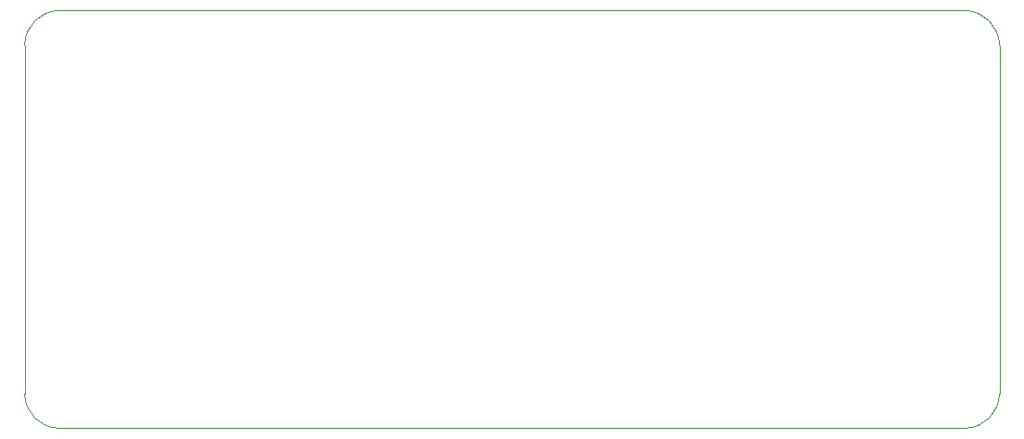
<source format=gbr>
%TF.GenerationSoftware,KiCad,Pcbnew,8.0.0*%
%TF.CreationDate,2024-06-21T14:10:28-04:00*%
%TF.ProjectId,GaN Drain Driver,47614e20-4472-4616-996e-204472697665,v1.0*%
%TF.SameCoordinates,Original*%
%TF.FileFunction,Profile,NP*%
%FSLAX46Y46*%
G04 Gerber Fmt 4.6, Leading zero omitted, Abs format (unit mm)*
G04 Created by KiCad (PCBNEW 8.0.0) date 2024-06-21 14:10:28*
%MOMM*%
%LPD*%
G01*
G04 APERTURE LIST*
%TA.AperFunction,Profile*%
%ADD10C,0.050000*%
%TD*%
G04 APERTURE END LIST*
D10*
X53975000Y-63500000D02*
G75*
G02*
X50800000Y-60325000I0J3175000D01*
G01*
X136525000Y-25400000D02*
G75*
G02*
X139700000Y-28575000I0J-3175000D01*
G01*
X50800000Y-60325000D02*
X50800000Y-28575000D01*
X139700000Y-60325000D02*
G75*
G02*
X136525000Y-63500000I-3175000J0D01*
G01*
X139700000Y-28575000D02*
X139700000Y-60325000D01*
X50800000Y-28575000D02*
G75*
G02*
X53975000Y-25400000I3175000J0D01*
G01*
X53975000Y-25400000D02*
X136525000Y-25400000D01*
X136525000Y-63500000D02*
X53975000Y-63500000D01*
M02*

</source>
